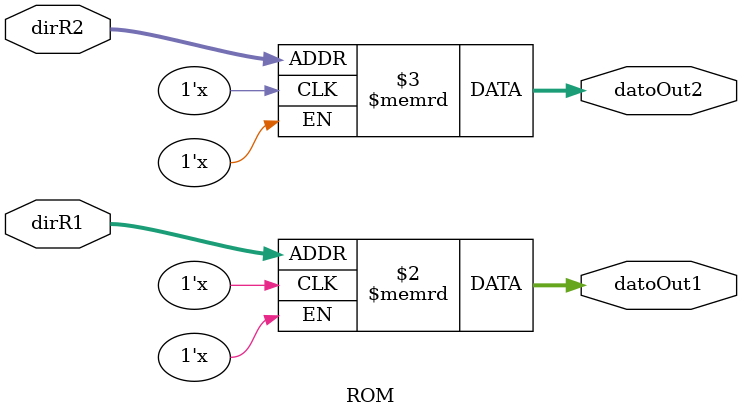
<source format=v>
module ROM(
	input [3:0] dirR1,
	input [3:0] dirR2,
	output reg [31:0] datoOut1,
	output reg [31:0] datoOut2
);

reg [31:0] mem_rom [0:15];

always @* begin
	datoOut1=mem_rom[dirR1];
	datoOut2=mem_rom[dirR2];
end
endmodule

</source>
